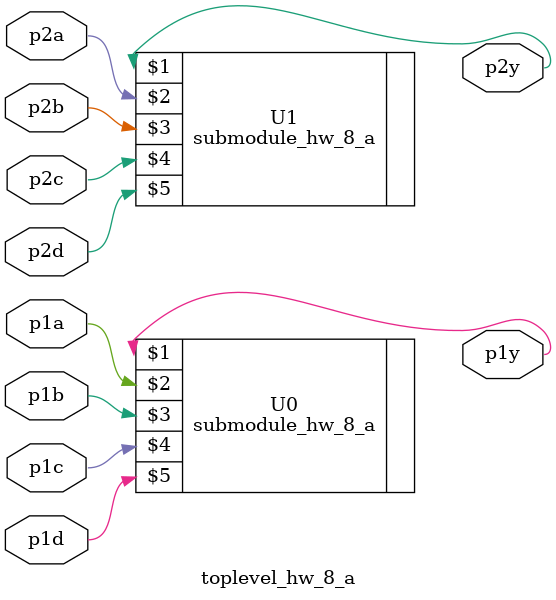
<source format=v>
`include "submodule_hw_8_a.v"

module toplevel_hw_8_a(
    output wire p1y,p2y,
    input wire p1a,p1b,p1c,p1d,p2a,p2b,p2c,p2d
);

submodule_hw_8_a U0 (p1y,p1a,p1b,p1c,p1d);
submodule_hw_8_a U1 (p2y,p2a,p2b,p2c,p2d);

endmodule
</source>
